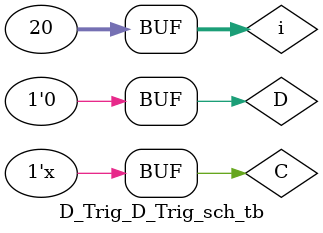
<source format=v>

`timescale 1ns / 1ps

module D_Trig_D_Trig_sch_tb();

// Inputs
   reg C;
   reg D;

// Output
   wire Q;
   wire Qn;

// Bidirs

// Instantiate the UUT
   D_Trig UUT (
		.C(C), 
		.Q(Q), 
		.Qn(Qn), 
		.D(D)
   );
// Initialize Inputs
integer i=0;
      initial begin
		C = 0;
		D = 0;
		#40;
		D = 1;
		#70;
		D = 0;
		#120;
		D = 1;
		#50;
		D = 0;
		#100;
		D = 1;
		#40;
		D = 0;
		#20;
		D = 1;
		#20;
		D = 0;
		#10;
		D = 1;
		#40;
		D = 0;
		end
		always@ *
			for(i = 0; i<20; i=i+1)begin
				#50;
				C <= ~C;
			end
endmodule

</source>
